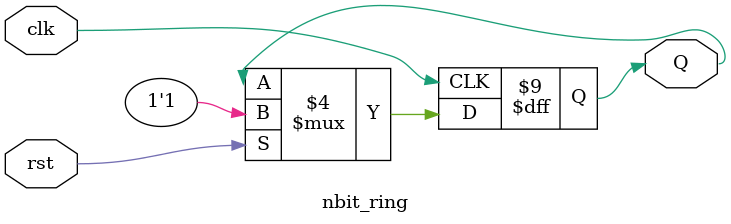
<source format=v>

module nbit_ring#(parameter N=1)(clk,rst,Q);
  integer i;
  input clk,rst;
  output reg [N-1:0]Q;
  
  always@(posedge clk) begin
    
    if(rst)
      Q <= 1; //Starting ring counter
    
    else begin
      
      Q[N-1] <= Q[0]; //last FF data transfer to first FF
      
      for(i=0;i<(N-1);i=i+1)
        
        Q[i] <= Q[i+1]; //shifting data
      
    	end
  end
endmodule

</source>
